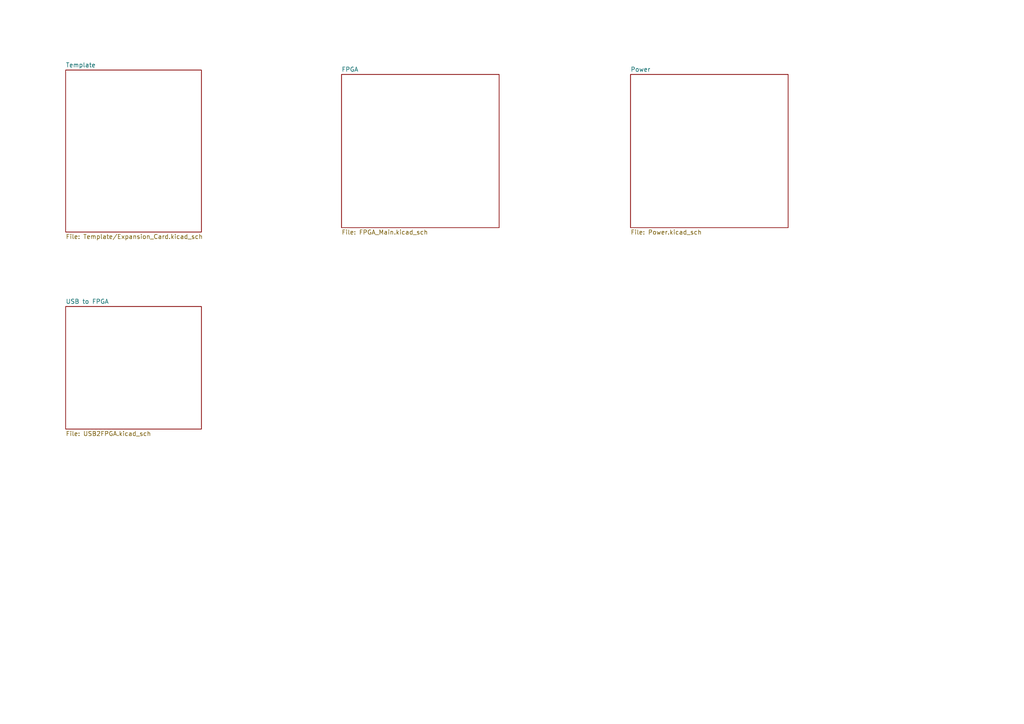
<source format=kicad_sch>
(kicad_sch (version 20230121) (generator eeschema)
  (paper "A4")
  (title_block (date "2023-12-18"))
  (lib_symbols)
  (sheet (at 19.05 88.9) (size 39.37 35.56) (stroke (width 0.1524))
    (property "Sheetname" "USB to FPGA" (at 19.05 88.1884 0) (effects (justify left bottom)))
    (property "Sheetfile" "USB2FPGA.kicad_sch" (at 19.05 125.0446 0) (effects (justify left top)))
  )
  (sheet (at 99.06 21.59) (size 45.72 44.45) (stroke (width 0.1524))
    (property "Sheetname" "FPGA" (at 99.06 20.8784 0) (effects (justify left bottom)))
    (property "Sheetfile" "FPGA_Main.kicad_sch" (at 99.06 66.6246 0) (effects (justify left top)))
  )
  (sheet (at 182.88 21.59) (size 45.72 44.45) (stroke (width 0.1524))
    (property "Sheetname" "Power" (at 182.88 20.8784 0) (effects (justify left bottom)))
    (property "Sheetfile" "Power.kicad_sch" (at 182.88 66.6246 0) (effects (justify left top)))
  )
  (sheet (at 19.05 20.32) (size 39.37 46.99) (stroke (width 0.1524))
    (property "Sheetname" "Template" (at 19.05 19.6084 0) (effects (justify left bottom)))
    (property "Sheetfile" "Template/Expansion_Card.kicad_sch" (at 19.05 67.8946 0) (effects (justify left top)))
  )
)
</source>
